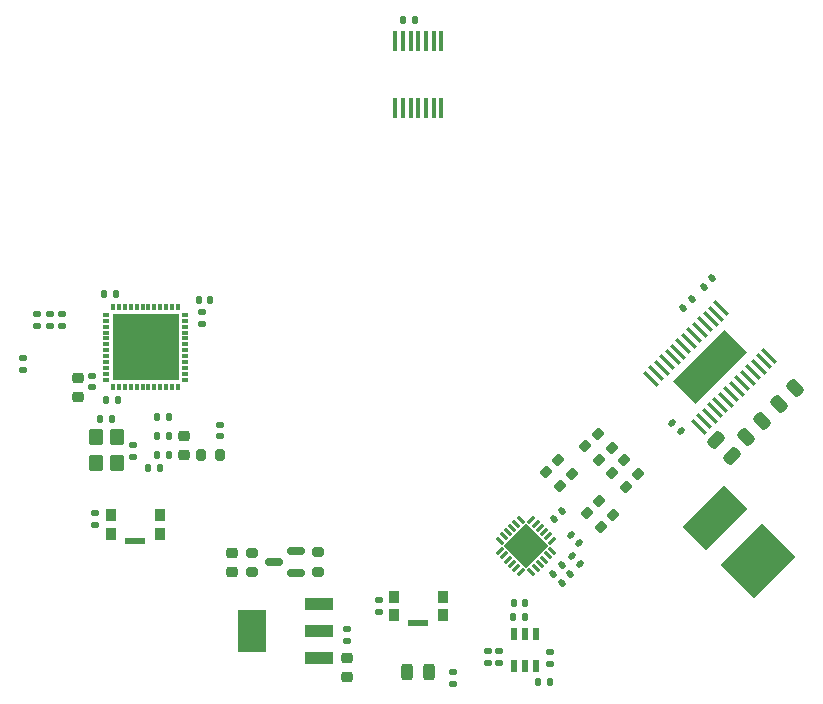
<source format=gbr>
%TF.GenerationSoftware,KiCad,Pcbnew,9.0.1*%
%TF.CreationDate,2025-05-12T15:51:15-07:00*%
%TF.ProjectId,SmartKnobController_ME507,536d6172-744b-46e6-9f62-436f6e74726f,rev?*%
%TF.SameCoordinates,Original*%
%TF.FileFunction,Paste,Top*%
%TF.FilePolarity,Positive*%
%FSLAX46Y46*%
G04 Gerber Fmt 4.6, Leading zero omitted, Abs format (unit mm)*
G04 Created by KiCad (PCBNEW 9.0.1) date 2025-05-12 15:51:15*
%MOMM*%
%LPD*%
G01*
G04 APERTURE LIST*
G04 Aperture macros list*
%AMRoundRect*
0 Rectangle with rounded corners*
0 $1 Rounding radius*
0 $2 $3 $4 $5 $6 $7 $8 $9 X,Y pos of 4 corners*
0 Add a 4 corners polygon primitive as box body*
4,1,4,$2,$3,$4,$5,$6,$7,$8,$9,$2,$3,0*
0 Add four circle primitives for the rounded corners*
1,1,$1+$1,$2,$3*
1,1,$1+$1,$4,$5*
1,1,$1+$1,$6,$7*
1,1,$1+$1,$8,$9*
0 Add four rect primitives between the rounded corners*
20,1,$1+$1,$2,$3,$4,$5,0*
20,1,$1+$1,$4,$5,$6,$7,0*
20,1,$1+$1,$6,$7,$8,$9,0*
20,1,$1+$1,$8,$9,$2,$3,0*%
%AMHorizOval*
0 Thick line with rounded ends*
0 $1 width*
0 $2 $3 position (X,Y) of the first rounded end (center of the circle)*
0 $4 $5 position (X,Y) of the second rounded end (center of the circle)*
0 Add line between two ends*
20,1,$1,$2,$3,$4,$5,0*
0 Add two circle primitives to create the rounded ends*
1,1,$1,$2,$3*
1,1,$1,$4,$5*%
%AMRotRect*
0 Rectangle, with rotation*
0 The origin of the aperture is its center*
0 $1 length*
0 $2 width*
0 $3 Rotation angle, in degrees counterclockwise*
0 Add horizontal line*
21,1,$1,$2,0,0,$3*%
G04 Aperture macros list end*
%ADD10C,0.000000*%
%ADD11R,0.300000X0.550000*%
%ADD12R,0.550000X0.300000*%
%ADD13R,5.600000X5.600000*%
%ADD14RoundRect,0.200000X-0.275000X0.200000X-0.275000X-0.200000X0.275000X-0.200000X0.275000X0.200000X0*%
%ADD15RoundRect,0.140000X-0.140000X-0.170000X0.140000X-0.170000X0.140000X0.170000X-0.140000X0.170000X0*%
%ADD16RoundRect,0.200000X0.335876X0.053033X0.053033X0.335876X-0.335876X-0.053033X-0.053033X-0.335876X0*%
%ADD17RoundRect,0.140000X0.140000X0.170000X-0.140000X0.170000X-0.140000X-0.170000X0.140000X-0.170000X0*%
%ADD18RoundRect,0.140000X0.021213X-0.219203X0.219203X-0.021213X-0.021213X0.219203X-0.219203X0.021213X0*%
%ADD19R,2.470000X0.980000*%
%ADD20R,2.470000X3.600000*%
%ADD21RoundRect,0.140000X0.170000X-0.140000X0.170000X0.140000X-0.170000X0.140000X-0.170000X-0.140000X0*%
%ADD22RoundRect,0.140000X-0.170000X0.140000X-0.170000X-0.140000X0.170000X-0.140000X0.170000X0.140000X0*%
%ADD23RoundRect,0.242500X0.242500X0.457500X-0.242500X0.457500X-0.242500X-0.457500X0.242500X-0.457500X0*%
%ADD24RotRect,0.254000X0.812800X315.000000*%
%ADD25RotRect,0.254000X0.812800X225.000000*%
%ADD26RotRect,2.641600X2.641600X225.000000*%
%ADD27RoundRect,0.150000X0.590000X0.150000X-0.590000X0.150000X-0.590000X-0.150000X0.590000X-0.150000X0*%
%ADD28RoundRect,0.200000X0.275000X-0.200000X0.275000X0.200000X-0.275000X0.200000X-0.275000X-0.200000X0*%
%ADD29RoundRect,0.140000X-0.219203X-0.021213X-0.021213X-0.219203X0.219203X0.021213X0.021213X0.219203X0*%
%ADD30RoundRect,0.200000X-0.335876X-0.053033X-0.053033X-0.335876X0.335876X0.053033X0.053033X0.335876X0*%
%ADD31RoundRect,0.140000X0.219203X0.021213X0.021213X0.219203X-0.219203X-0.021213X-0.021213X-0.219203X0*%
%ADD32RoundRect,0.250000X0.350000X-0.450000X0.350000X0.450000X-0.350000X0.450000X-0.350000X-0.450000X0*%
%ADD33RoundRect,0.140000X-0.021213X0.219203X-0.219203X0.021213X0.021213X-0.219203X0.219203X-0.021213X0*%
%ADD34RoundRect,0.220000X-0.255000X0.220000X-0.255000X-0.220000X0.255000X-0.220000X0.255000X0.220000X0*%
%ADD35HorizOval,0.340000X-0.491439X0.491439X0.491439X-0.491439X0*%
%ADD36RotRect,6.200000X2.750000X45.000000*%
%ADD37RoundRect,0.250000X0.159099X-0.512652X0.512652X-0.159099X-0.159099X0.512652X-0.512652X0.159099X0*%
%ADD38R,0.600000X1.100000*%
%ADD39RoundRect,0.225000X0.250000X-0.225000X0.250000X0.225000X-0.250000X0.225000X-0.250000X-0.225000X0*%
%ADD40RoundRect,0.250000X0.512652X0.159099X0.159099X0.512652X-0.512652X-0.159099X-0.159099X-0.512652X0*%
%ADD41R,0.900000X1.000000*%
%ADD42R,1.700000X0.550000*%
%ADD43RotRect,2.800000X5.000000X135.000000*%
%ADD44RotRect,4.000000X5.000000X135.000000*%
%ADD45R,0.400000X1.700000*%
%ADD46RoundRect,0.200000X-0.200000X-0.275000X0.200000X-0.275000X0.200000X0.275000X-0.200000X0.275000X0*%
G04 APERTURE END LIST*
D10*
%TO.C,U1*%
G36*
X162124384Y-128319359D02*
G01*
X161331858Y-129111884D01*
X160539333Y-128319359D01*
X161331858Y-127526834D01*
X162124384Y-128319359D01*
G37*
G36*
X163058330Y-127385412D02*
G01*
X162265805Y-128177938D01*
X161473280Y-127385412D01*
X162265805Y-126592887D01*
X163058330Y-127385412D01*
G37*
G36*
X163058330Y-129253306D02*
G01*
X162265805Y-130045831D01*
X161473280Y-129253306D01*
X162265805Y-128460780D01*
X163058330Y-129253306D01*
G37*
G36*
X163992277Y-128319359D02*
G01*
X163199752Y-129111884D01*
X162407226Y-128319359D01*
X163199752Y-127526834D01*
X163992277Y-128319359D01*
G37*
%TD*%
D11*
%TO.C,U4*%
X127300000Y-114875000D03*
X127800000Y-114875000D03*
X128300001Y-114875000D03*
X128800000Y-114875000D03*
X129300000Y-114874999D03*
X129800000Y-114875000D03*
X130300000Y-114875000D03*
X130800000Y-114874999D03*
X131300000Y-114875000D03*
X131799999Y-114875000D03*
X132300000Y-114875000D03*
X132800000Y-114875000D03*
D12*
X133425000Y-114250000D03*
X133425000Y-113750000D03*
X133425000Y-113249999D03*
X133425000Y-112750000D03*
X133424999Y-112250000D03*
X133425000Y-111750000D03*
X133425000Y-111250000D03*
X133424999Y-110750000D03*
X133425000Y-110250000D03*
X133425000Y-109750001D03*
X133425000Y-109250000D03*
X133425000Y-108750000D03*
D11*
X132800000Y-108125000D03*
X132300000Y-108125000D03*
X131799999Y-108125000D03*
X131300000Y-108125000D03*
X130800000Y-108125001D03*
X130300000Y-108125000D03*
X129800000Y-108125000D03*
X129300000Y-108125001D03*
X128800000Y-108125000D03*
X128300001Y-108125000D03*
X127800000Y-108125000D03*
X127300000Y-108125000D03*
D12*
X126675000Y-108750000D03*
X126675000Y-109250000D03*
X126675000Y-109750001D03*
X126675000Y-110250000D03*
X126675001Y-110750000D03*
X126675000Y-111250000D03*
X126675000Y-111750000D03*
X126675001Y-112250000D03*
X126675000Y-112750000D03*
X126675000Y-113249999D03*
X126675000Y-113750000D03*
X126675000Y-114250000D03*
D13*
X130050000Y-111500000D03*
%TD*%
D14*
%TO.C,R16*%
X139100000Y-128879999D03*
X139100000Y-130520001D03*
%TD*%
D15*
%TO.C,C19*%
X161212564Y-133116386D03*
X162212562Y-133116386D03*
%TD*%
D16*
%TO.C,R9*%
X168445634Y-121052740D03*
X167285978Y-119893084D03*
%TD*%
D17*
%TO.C,R1*%
X131299999Y-121700000D03*
X130300001Y-121700000D03*
%TD*%
D15*
%TO.C,C4*%
X134550001Y-107500000D03*
X135549999Y-107500000D03*
%TD*%
D18*
%TO.C,C31*%
X177346447Y-106353553D03*
X178053553Y-105646447D03*
%TD*%
D19*
%TO.C,U3*%
X144730000Y-137800000D03*
X144730000Y-135500000D03*
X144730000Y-133200000D03*
D20*
X139070000Y-135500000D03*
%TD*%
D21*
%TO.C,C13*%
X129019999Y-120799999D03*
X129019999Y-119800001D03*
%TD*%
D22*
%TO.C,R22*%
X120900001Y-108700001D03*
X120900001Y-109700001D03*
%TD*%
%TO.C,C22*%
X159039340Y-137200002D03*
X159039340Y-138200000D03*
%TD*%
D17*
%TO.C,C7*%
X132049998Y-117362500D03*
X131050000Y-117362500D03*
%TD*%
D23*
%TO.C,D3*%
X154089999Y-139000000D03*
X152210001Y-139000000D03*
%TD*%
D16*
%TO.C,R10*%
X165119359Y-123219359D03*
X163959703Y-122059703D03*
%TD*%
D24*
%TO.C,U1*%
X164487747Y-127865184D03*
X164134194Y-127511632D03*
X163780640Y-127158078D03*
X163427086Y-126804524D03*
X163073532Y-126450970D03*
X162719980Y-126097417D03*
D25*
X161811630Y-126097417D03*
X161458078Y-126450970D03*
X161104524Y-126804524D03*
X160750970Y-127158078D03*
X160397416Y-127511632D03*
X160043863Y-127865184D03*
D24*
X160043863Y-128773534D03*
X160397416Y-129127086D03*
X160750970Y-129480640D03*
X161104524Y-129834194D03*
X161458078Y-130187748D03*
X161811630Y-130541301D03*
D25*
X162719980Y-130541301D03*
X163073532Y-130187748D03*
X163427086Y-129834194D03*
X163780640Y-129480640D03*
X164134194Y-129127086D03*
X164487747Y-128773534D03*
D26*
X162265805Y-128319359D03*
%TD*%
D21*
%TO.C,C1*%
X134799999Y-109499999D03*
X134799999Y-108500001D03*
%TD*%
D22*
%TO.C,R23*%
X121950001Y-108700001D03*
X121950001Y-109700001D03*
%TD*%
D27*
%TO.C,Q1*%
X142830000Y-130629999D03*
X142830000Y-128729999D03*
X140950001Y-129679999D03*
%TD*%
D28*
%TO.C,R20*%
X144640000Y-130500000D03*
X144640000Y-128859998D03*
%TD*%
D15*
%TO.C,C20*%
X161200001Y-134300000D03*
X162199999Y-134300000D03*
%TD*%
D29*
%TO.C,C18*%
X166065806Y-127365806D03*
X166772912Y-128072912D03*
%TD*%
D30*
%TO.C,R5*%
X169539531Y-122139531D03*
X170699187Y-123299187D03*
%TD*%
D22*
%TO.C,C21*%
X164300000Y-137300001D03*
X164300000Y-138299999D03*
%TD*%
D16*
%TO.C,R4*%
X171759847Y-122238527D03*
X170600191Y-121078871D03*
%TD*%
D22*
%TO.C,C25*%
X147150000Y-135350001D03*
X147150000Y-136349999D03*
%TD*%
D15*
%TO.C,C5*%
X126700001Y-115999999D03*
X127699999Y-115999999D03*
%TD*%
D31*
%TO.C,C15*%
X166872912Y-129872912D03*
X166165806Y-129165806D03*
%TD*%
D17*
%TO.C,C9*%
X132049999Y-120600000D03*
X131050001Y-120600000D03*
%TD*%
D32*
%TO.C,X2*%
X127600000Y-121300000D03*
X127600000Y-119100002D03*
X125840000Y-119100002D03*
X125840000Y-121300000D03*
%TD*%
D33*
%TO.C,C17*%
X166022912Y-130715806D03*
X165315806Y-131422912D03*
%TD*%
D22*
%TO.C,R24*%
X123000001Y-108700001D03*
X122999999Y-109699999D03*
%TD*%
D30*
%TO.C,R7*%
X167439531Y-125539531D03*
X168599187Y-126699187D03*
%TD*%
D22*
%TO.C,C12*%
X149800000Y-132900001D03*
X149800000Y-133899999D03*
%TD*%
D34*
%TO.C,D1*%
X137350000Y-128910001D03*
X137350000Y-130489999D03*
%TD*%
D21*
%TO.C,C2*%
X125550001Y-114899999D03*
X125550001Y-113900001D03*
%TD*%
D35*
%TO.C,U2*%
X176888335Y-118220458D03*
X177347954Y-117760839D03*
X177807574Y-117301219D03*
X178267193Y-116841600D03*
X178726812Y-116381981D03*
X179186432Y-115922361D03*
X179653122Y-115455671D03*
X180112742Y-114996051D03*
X180572361Y-114536432D03*
X181031981Y-114076812D03*
X181491600Y-113617193D03*
X181951219Y-113157574D03*
X182410839Y-112697954D03*
X182870458Y-112238335D03*
X178811665Y-108179542D03*
X178352046Y-108639161D03*
X177892426Y-109098781D03*
X177432807Y-109558400D03*
X176973188Y-110018019D03*
X176513568Y-110477639D03*
X176053949Y-110937258D03*
X175594329Y-111396878D03*
X175127639Y-111863568D03*
X174668019Y-112323188D03*
X174208400Y-112782807D03*
X173748781Y-113242426D03*
X173289161Y-113702046D03*
X172829542Y-114161665D03*
D36*
X177850000Y-113200000D03*
%TD*%
D37*
%TO.C,C33*%
X180878249Y-119071751D03*
X182221751Y-117728249D03*
%TD*%
D15*
%TO.C,C3*%
X126550000Y-107000000D03*
X127549998Y-107000000D03*
%TD*%
D22*
%TO.C,R2*%
X119700000Y-112400001D03*
X119700000Y-113399999D03*
%TD*%
D38*
%TO.C,Q3*%
X161250000Y-138450000D03*
X162200000Y-138450000D03*
X163150000Y-138450000D03*
X163150000Y-135750000D03*
X162200000Y-135750000D03*
X161250000Y-135750000D03*
%TD*%
D33*
%TO.C,C16*%
X165272912Y-129965806D03*
X164565806Y-130672912D03*
%TD*%
D21*
%TO.C,R25*%
X136350000Y-119049999D03*
X136350000Y-118050001D03*
%TD*%
D39*
%TO.C,C26*%
X147150000Y-139380000D03*
X147150000Y-137820000D03*
%TD*%
D17*
%TO.C,C8*%
X132049999Y-119000001D03*
X131050001Y-118999999D03*
%TD*%
D40*
%TO.C,C35*%
X179721751Y-120671751D03*
X178378249Y-119328249D03*
%TD*%
D29*
%TO.C,C32*%
X174660661Y-117889340D03*
X175367767Y-118596446D03*
%TD*%
D30*
%TO.C,R8*%
X168346638Y-118832424D03*
X169506294Y-119992080D03*
%TD*%
D15*
%TO.C,C28*%
X151850001Y-83800000D03*
X152849999Y-83800000D03*
%TD*%
D22*
%TO.C,C10*%
X125795001Y-125510001D03*
X125795001Y-126509999D03*
%TD*%
D41*
%TO.C,SW2*%
X151100000Y-134205000D03*
X151100000Y-132605000D03*
X155200000Y-132605000D03*
X155200000Y-134205000D03*
D42*
X153150000Y-134825000D03*
%TD*%
D43*
%TO.C,C14*%
X178293756Y-125993756D03*
D44*
X181900000Y-129600000D03*
%TD*%
D15*
%TO.C,R13*%
X163300001Y-139800000D03*
X164299999Y-139800000D03*
%TD*%
D16*
%TO.C,R6*%
X169599187Y-125699187D03*
X168439531Y-124539531D03*
%TD*%
D34*
%TO.C,FB1*%
X133350000Y-119010001D03*
X133350000Y-120589999D03*
%TD*%
D45*
%TO.C,U5*%
X151200000Y-91200000D03*
X151850000Y-91200000D03*
X152500001Y-91200000D03*
X153150000Y-91200000D03*
X153799999Y-91200000D03*
X154450000Y-91200000D03*
X155100000Y-91200000D03*
X155100000Y-85600000D03*
X154450000Y-85600000D03*
X153799999Y-85600000D03*
X153150000Y-85600000D03*
X152500001Y-85600000D03*
X151850000Y-85600000D03*
X151200000Y-85600000D03*
%TD*%
D15*
%TO.C,C11*%
X126200001Y-117600001D03*
X127199999Y-117600001D03*
%TD*%
D41*
%TO.C,SW1*%
X127145001Y-127300000D03*
X127145002Y-125700000D03*
X131245000Y-125700000D03*
X131245001Y-127300000D03*
D42*
X129195001Y-127920001D03*
%TD*%
D37*
%TO.C,C34*%
X183678249Y-116271751D03*
X185021751Y-114928249D03*
%TD*%
D22*
%TO.C,R12*%
X159950000Y-137200001D03*
X159950000Y-138199999D03*
%TD*%
D21*
%TO.C,R21*%
X156100000Y-139999999D03*
X156100000Y-139000001D03*
%TD*%
D46*
%TO.C,R18*%
X134729999Y-120649999D03*
X136370001Y-120650001D03*
%TD*%
D30*
%TO.C,R11*%
X164959703Y-121059703D03*
X166119359Y-122219359D03*
%TD*%
D39*
%TO.C,C6*%
X124300000Y-115680000D03*
X124300000Y-114120000D03*
%TD*%
D18*
%TO.C,R19*%
X175596447Y-108153553D03*
X176303553Y-107446447D03*
%TD*%
D33*
%TO.C,R14*%
X165319358Y-125365806D03*
X164612252Y-126072912D03*
%TD*%
M02*

</source>
